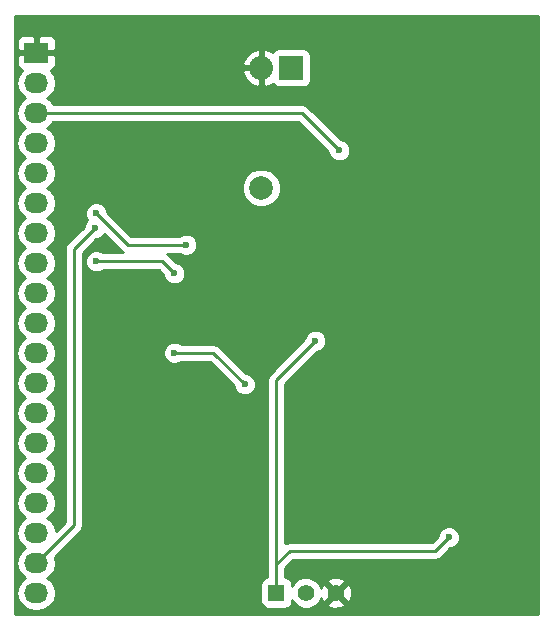
<source format=gbl>
G04 #@! TF.FileFunction,Copper,L2,Bot,Signal*
%FSLAX46Y46*%
G04 Gerber Fmt 4.6, Leading zero omitted, Abs format (unit mm)*
G04 Created by KiCad (PCBNEW 4.0.4+e1-6308~48~ubuntu16.04.1-stable) date Mon Oct 24 16:38:44 2016*
%MOMM*%
%LPD*%
G01*
G04 APERTURE LIST*
%ADD10C,0.100000*%
%ADD11R,2.032000X1.727200*%
%ADD12O,2.032000X1.727200*%
%ADD13R,2.032000X2.032000*%
%ADD14O,2.032000X2.032000*%
%ADD15R,1.397000X1.397000*%
%ADD16C,1.397000*%
%ADD17C,2.000000*%
%ADD18C,0.600000*%
%ADD19C,0.250000*%
%ADD20C,0.254000*%
G04 APERTURE END LIST*
D10*
D11*
X46990000Y-87630000D03*
D12*
X46990000Y-90170000D03*
X46990000Y-92710000D03*
X46990000Y-95250000D03*
X46990000Y-97790000D03*
X46990000Y-100330000D03*
X46990000Y-102870000D03*
X46990000Y-105410000D03*
X46990000Y-107950000D03*
X46990000Y-110490000D03*
X46990000Y-113030000D03*
X46990000Y-115570000D03*
X46990000Y-118110000D03*
X46990000Y-120650000D03*
X46990000Y-123190000D03*
X46990000Y-125730000D03*
X46990000Y-128270000D03*
X46990000Y-130810000D03*
X46990000Y-133350000D03*
D13*
X68580000Y-88900000D03*
D14*
X66040000Y-88900000D03*
D15*
X67310000Y-133350000D03*
D16*
X69850000Y-133350000D03*
X72390000Y-133350000D03*
D17*
X66040000Y-99060000D03*
D18*
X59690000Y-103886000D03*
X52070000Y-101219000D03*
X51943000Y-102489000D03*
X81915000Y-128651000D03*
X70612000Y-112014000D03*
X52070000Y-105283000D03*
X58674000Y-106299000D03*
X81407000Y-111125000D03*
X58674000Y-113030000D03*
X64643000Y-115697000D03*
X72644000Y-95885000D03*
D19*
X54737000Y-103886000D02*
X59690000Y-103886000D01*
X52070000Y-101219000D02*
X54737000Y-103886000D01*
X50165000Y-127635000D02*
X46990000Y-130810000D01*
X50165000Y-104267000D02*
X50165000Y-127635000D01*
X51943000Y-102489000D02*
X50165000Y-104267000D01*
X68453000Y-129794000D02*
X67310000Y-130937000D01*
X80772000Y-129794000D02*
X68453000Y-129794000D01*
X81915000Y-128651000D02*
X80772000Y-129794000D01*
X67310000Y-133350000D02*
X67310000Y-130937000D01*
X67310000Y-130937000D02*
X67310000Y-115316000D01*
X67310000Y-115316000D02*
X70612000Y-112014000D01*
X57658000Y-105283000D02*
X52070000Y-105283000D01*
X58674000Y-106299000D02*
X57658000Y-105283000D01*
X66040000Y-88900000D02*
X66040000Y-86868000D01*
X81407000Y-93599000D02*
X81407000Y-111125000D01*
X73660000Y-85852000D02*
X81407000Y-93599000D01*
X67056000Y-85852000D02*
X73660000Y-85852000D01*
X66040000Y-86868000D02*
X67056000Y-85852000D01*
X61976000Y-113030000D02*
X58674000Y-113030000D01*
X64643000Y-115697000D02*
X61976000Y-113030000D01*
X69469000Y-92710000D02*
X46990000Y-92710000D01*
X72644000Y-95885000D02*
X69469000Y-92710000D01*
D20*
G36*
X89460000Y-135180000D02*
X45160000Y-135180000D01*
X45160000Y-90170000D01*
X45306655Y-90170000D01*
X45420729Y-90743489D01*
X45745585Y-91229670D01*
X46060366Y-91440000D01*
X45745585Y-91650330D01*
X45420729Y-92136511D01*
X45306655Y-92710000D01*
X45420729Y-93283489D01*
X45745585Y-93769670D01*
X46060366Y-93980000D01*
X45745585Y-94190330D01*
X45420729Y-94676511D01*
X45306655Y-95250000D01*
X45420729Y-95823489D01*
X45745585Y-96309670D01*
X46060366Y-96520000D01*
X45745585Y-96730330D01*
X45420729Y-97216511D01*
X45306655Y-97790000D01*
X45420729Y-98363489D01*
X45745585Y-98849670D01*
X46060366Y-99060000D01*
X45745585Y-99270330D01*
X45420729Y-99756511D01*
X45306655Y-100330000D01*
X45420729Y-100903489D01*
X45745585Y-101389670D01*
X46060366Y-101600000D01*
X45745585Y-101810330D01*
X45420729Y-102296511D01*
X45306655Y-102870000D01*
X45420729Y-103443489D01*
X45745585Y-103929670D01*
X46060366Y-104140000D01*
X45745585Y-104350330D01*
X45420729Y-104836511D01*
X45306655Y-105410000D01*
X45420729Y-105983489D01*
X45745585Y-106469670D01*
X46060366Y-106680000D01*
X45745585Y-106890330D01*
X45420729Y-107376511D01*
X45306655Y-107950000D01*
X45420729Y-108523489D01*
X45745585Y-109009670D01*
X46060366Y-109220000D01*
X45745585Y-109430330D01*
X45420729Y-109916511D01*
X45306655Y-110490000D01*
X45420729Y-111063489D01*
X45745585Y-111549670D01*
X46060366Y-111760000D01*
X45745585Y-111970330D01*
X45420729Y-112456511D01*
X45306655Y-113030000D01*
X45420729Y-113603489D01*
X45745585Y-114089670D01*
X46060366Y-114300000D01*
X45745585Y-114510330D01*
X45420729Y-114996511D01*
X45306655Y-115570000D01*
X45420729Y-116143489D01*
X45745585Y-116629670D01*
X46060366Y-116840000D01*
X45745585Y-117050330D01*
X45420729Y-117536511D01*
X45306655Y-118110000D01*
X45420729Y-118683489D01*
X45745585Y-119169670D01*
X46060366Y-119380000D01*
X45745585Y-119590330D01*
X45420729Y-120076511D01*
X45306655Y-120650000D01*
X45420729Y-121223489D01*
X45745585Y-121709670D01*
X46060366Y-121920000D01*
X45745585Y-122130330D01*
X45420729Y-122616511D01*
X45306655Y-123190000D01*
X45420729Y-123763489D01*
X45745585Y-124249670D01*
X46060366Y-124460000D01*
X45745585Y-124670330D01*
X45420729Y-125156511D01*
X45306655Y-125730000D01*
X45420729Y-126303489D01*
X45745585Y-126789670D01*
X46060366Y-127000000D01*
X45745585Y-127210330D01*
X45420729Y-127696511D01*
X45306655Y-128270000D01*
X45420729Y-128843489D01*
X45745585Y-129329670D01*
X46060366Y-129540000D01*
X45745585Y-129750330D01*
X45420729Y-130236511D01*
X45306655Y-130810000D01*
X45420729Y-131383489D01*
X45745585Y-131869670D01*
X46060366Y-132080000D01*
X45745585Y-132290330D01*
X45420729Y-132776511D01*
X45306655Y-133350000D01*
X45420729Y-133923489D01*
X45745585Y-134409670D01*
X46231766Y-134734526D01*
X46805255Y-134848600D01*
X47174745Y-134848600D01*
X47748234Y-134734526D01*
X48234415Y-134409670D01*
X48559271Y-133923489D01*
X48673345Y-133350000D01*
X48559271Y-132776511D01*
X48475742Y-132651500D01*
X65964060Y-132651500D01*
X65964060Y-134048500D01*
X66008338Y-134283817D01*
X66147410Y-134499941D01*
X66359610Y-134644931D01*
X66611500Y-134695940D01*
X68008500Y-134695940D01*
X68243817Y-134651662D01*
X68459941Y-134512590D01*
X68604931Y-134300390D01*
X68655940Y-134048500D01*
X68655940Y-133952116D01*
X68718854Y-134104380D01*
X69093647Y-134479827D01*
X69583587Y-134683268D01*
X70114086Y-134683731D01*
X70604380Y-134481146D01*
X70801681Y-134284188D01*
X71635417Y-134284188D01*
X71697071Y-134519800D01*
X72197480Y-134695927D01*
X72727199Y-134667148D01*
X73082929Y-134519800D01*
X73144583Y-134284188D01*
X72390000Y-133529605D01*
X71635417Y-134284188D01*
X70801681Y-134284188D01*
X70979827Y-134106353D01*
X71113314Y-133784882D01*
X71220200Y-134042929D01*
X71455812Y-134104583D01*
X72210395Y-133350000D01*
X72569605Y-133350000D01*
X73324188Y-134104583D01*
X73559800Y-134042929D01*
X73735927Y-133542520D01*
X73707148Y-133012801D01*
X73559800Y-132657071D01*
X73324188Y-132595417D01*
X72569605Y-133350000D01*
X72210395Y-133350000D01*
X71455812Y-132595417D01*
X71220200Y-132657071D01*
X71121917Y-132936312D01*
X70981146Y-132595620D01*
X70801652Y-132415812D01*
X71635417Y-132415812D01*
X72390000Y-133170395D01*
X73144583Y-132415812D01*
X73082929Y-132180200D01*
X72582520Y-132004073D01*
X72052801Y-132032852D01*
X71697071Y-132180200D01*
X71635417Y-132415812D01*
X70801652Y-132415812D01*
X70606353Y-132220173D01*
X70116413Y-132016732D01*
X69585914Y-132016269D01*
X69095620Y-132218854D01*
X68720173Y-132593647D01*
X68655940Y-132748337D01*
X68655940Y-132651500D01*
X68611662Y-132416183D01*
X68472590Y-132200059D01*
X68260390Y-132055069D01*
X68070000Y-132016514D01*
X68070000Y-131251802D01*
X68767802Y-130554000D01*
X80772000Y-130554000D01*
X81062839Y-130496148D01*
X81309401Y-130331401D01*
X82054680Y-129586122D01*
X82100167Y-129586162D01*
X82443943Y-129444117D01*
X82707192Y-129181327D01*
X82849838Y-128837799D01*
X82850162Y-128465833D01*
X82708117Y-128122057D01*
X82445327Y-127858808D01*
X82101799Y-127716162D01*
X81729833Y-127715838D01*
X81386057Y-127857883D01*
X81122808Y-128120673D01*
X80980162Y-128464201D01*
X80980121Y-128511077D01*
X80457198Y-129034000D01*
X68453000Y-129034000D01*
X68162161Y-129091852D01*
X68070000Y-129153432D01*
X68070000Y-115630802D01*
X70751680Y-112949122D01*
X70797167Y-112949162D01*
X71140943Y-112807117D01*
X71404192Y-112544327D01*
X71546838Y-112200799D01*
X71547162Y-111828833D01*
X71405117Y-111485057D01*
X71142327Y-111221808D01*
X70798799Y-111079162D01*
X70426833Y-111078838D01*
X70083057Y-111220883D01*
X69819808Y-111483673D01*
X69677162Y-111827201D01*
X69677121Y-111874077D01*
X66772599Y-114778599D01*
X66607852Y-115025161D01*
X66550000Y-115316000D01*
X66550000Y-132015632D01*
X66376183Y-132048338D01*
X66160059Y-132187410D01*
X66015069Y-132399610D01*
X65964060Y-132651500D01*
X48475742Y-132651500D01*
X48234415Y-132290330D01*
X47919634Y-132080000D01*
X48234415Y-131869670D01*
X48559271Y-131383489D01*
X48673345Y-130810000D01*
X48572381Y-130302421D01*
X50702401Y-128172401D01*
X50867148Y-127925839D01*
X50925000Y-127635000D01*
X50925000Y-113215167D01*
X57738838Y-113215167D01*
X57880883Y-113558943D01*
X58143673Y-113822192D01*
X58487201Y-113964838D01*
X58859167Y-113965162D01*
X59202943Y-113823117D01*
X59236118Y-113790000D01*
X61661198Y-113790000D01*
X63707878Y-115836680D01*
X63707838Y-115882167D01*
X63849883Y-116225943D01*
X64112673Y-116489192D01*
X64456201Y-116631838D01*
X64828167Y-116632162D01*
X65171943Y-116490117D01*
X65435192Y-116227327D01*
X65577838Y-115883799D01*
X65578162Y-115511833D01*
X65436117Y-115168057D01*
X65173327Y-114904808D01*
X64829799Y-114762162D01*
X64782923Y-114762121D01*
X62513401Y-112492599D01*
X62266839Y-112327852D01*
X61976000Y-112270000D01*
X59236463Y-112270000D01*
X59204327Y-112237808D01*
X58860799Y-112095162D01*
X58488833Y-112094838D01*
X58145057Y-112236883D01*
X57881808Y-112499673D01*
X57739162Y-112843201D01*
X57738838Y-113215167D01*
X50925000Y-113215167D01*
X50925000Y-104581802D01*
X52082680Y-103424122D01*
X52128167Y-103424162D01*
X52471943Y-103282117D01*
X52735192Y-103019327D01*
X52752894Y-102976696D01*
X54199599Y-104423401D01*
X54348660Y-104523000D01*
X52632463Y-104523000D01*
X52600327Y-104490808D01*
X52256799Y-104348162D01*
X51884833Y-104347838D01*
X51541057Y-104489883D01*
X51277808Y-104752673D01*
X51135162Y-105096201D01*
X51134838Y-105468167D01*
X51276883Y-105811943D01*
X51539673Y-106075192D01*
X51883201Y-106217838D01*
X52255167Y-106218162D01*
X52598943Y-106076117D01*
X52632118Y-106043000D01*
X57343198Y-106043000D01*
X57738878Y-106438680D01*
X57738838Y-106484167D01*
X57880883Y-106827943D01*
X58143673Y-107091192D01*
X58487201Y-107233838D01*
X58859167Y-107234162D01*
X59202943Y-107092117D01*
X59466192Y-106829327D01*
X59608838Y-106485799D01*
X59609162Y-106113833D01*
X59467117Y-105770057D01*
X59204327Y-105506808D01*
X58860799Y-105364162D01*
X58813923Y-105364121D01*
X58195401Y-104745599D01*
X58046340Y-104646000D01*
X59127537Y-104646000D01*
X59159673Y-104678192D01*
X59503201Y-104820838D01*
X59875167Y-104821162D01*
X60218943Y-104679117D01*
X60482192Y-104416327D01*
X60624838Y-104072799D01*
X60625162Y-103700833D01*
X60483117Y-103357057D01*
X60220327Y-103093808D01*
X59876799Y-102951162D01*
X59504833Y-102950838D01*
X59161057Y-103092883D01*
X59127882Y-103126000D01*
X55051802Y-103126000D01*
X53005122Y-101079320D01*
X53005162Y-101033833D01*
X52863117Y-100690057D01*
X52600327Y-100426808D01*
X52256799Y-100284162D01*
X51884833Y-100283838D01*
X51541057Y-100425883D01*
X51277808Y-100688673D01*
X51135162Y-101032201D01*
X51134838Y-101404167D01*
X51276883Y-101747943D01*
X51319320Y-101790454D01*
X51150808Y-101958673D01*
X51008162Y-102302201D01*
X51008121Y-102349077D01*
X49627599Y-103729599D01*
X49462852Y-103976161D01*
X49405000Y-104267000D01*
X49405000Y-127320198D01*
X48637152Y-128088046D01*
X48559271Y-127696511D01*
X48234415Y-127210330D01*
X47919634Y-127000000D01*
X48234415Y-126789670D01*
X48559271Y-126303489D01*
X48673345Y-125730000D01*
X48559271Y-125156511D01*
X48234415Y-124670330D01*
X47919634Y-124460000D01*
X48234415Y-124249670D01*
X48559271Y-123763489D01*
X48673345Y-123190000D01*
X48559271Y-122616511D01*
X48234415Y-122130330D01*
X47919634Y-121920000D01*
X48234415Y-121709670D01*
X48559271Y-121223489D01*
X48673345Y-120650000D01*
X48559271Y-120076511D01*
X48234415Y-119590330D01*
X47919634Y-119380000D01*
X48234415Y-119169670D01*
X48559271Y-118683489D01*
X48673345Y-118110000D01*
X48559271Y-117536511D01*
X48234415Y-117050330D01*
X47919634Y-116840000D01*
X48234415Y-116629670D01*
X48559271Y-116143489D01*
X48673345Y-115570000D01*
X48559271Y-114996511D01*
X48234415Y-114510330D01*
X47919634Y-114300000D01*
X48234415Y-114089670D01*
X48559271Y-113603489D01*
X48673345Y-113030000D01*
X48559271Y-112456511D01*
X48234415Y-111970330D01*
X47919634Y-111760000D01*
X48234415Y-111549670D01*
X48559271Y-111063489D01*
X48673345Y-110490000D01*
X48559271Y-109916511D01*
X48234415Y-109430330D01*
X47919634Y-109220000D01*
X48234415Y-109009670D01*
X48559271Y-108523489D01*
X48673345Y-107950000D01*
X48559271Y-107376511D01*
X48234415Y-106890330D01*
X47919634Y-106680000D01*
X48234415Y-106469670D01*
X48559271Y-105983489D01*
X48673345Y-105410000D01*
X48559271Y-104836511D01*
X48234415Y-104350330D01*
X47919634Y-104140000D01*
X48234415Y-103929670D01*
X48559271Y-103443489D01*
X48673345Y-102870000D01*
X48559271Y-102296511D01*
X48234415Y-101810330D01*
X47919634Y-101600000D01*
X48234415Y-101389670D01*
X48559271Y-100903489D01*
X48673345Y-100330000D01*
X48559271Y-99756511D01*
X48310230Y-99383795D01*
X64404716Y-99383795D01*
X64653106Y-99984943D01*
X65112637Y-100445278D01*
X65713352Y-100694716D01*
X66363795Y-100695284D01*
X66964943Y-100446894D01*
X67425278Y-99987363D01*
X67674716Y-99386648D01*
X67675284Y-98736205D01*
X67426894Y-98135057D01*
X66967363Y-97674722D01*
X66366648Y-97425284D01*
X65716205Y-97424716D01*
X65115057Y-97673106D01*
X64654722Y-98132637D01*
X64405284Y-98733352D01*
X64404716Y-99383795D01*
X48310230Y-99383795D01*
X48234415Y-99270330D01*
X47919634Y-99060000D01*
X48234415Y-98849670D01*
X48559271Y-98363489D01*
X48673345Y-97790000D01*
X48559271Y-97216511D01*
X48234415Y-96730330D01*
X47919634Y-96520000D01*
X48234415Y-96309670D01*
X48559271Y-95823489D01*
X48673345Y-95250000D01*
X48559271Y-94676511D01*
X48234415Y-94190330D01*
X47919634Y-93980000D01*
X48234415Y-93769670D01*
X48434648Y-93470000D01*
X69154198Y-93470000D01*
X71708878Y-96024680D01*
X71708838Y-96070167D01*
X71850883Y-96413943D01*
X72113673Y-96677192D01*
X72457201Y-96819838D01*
X72829167Y-96820162D01*
X73172943Y-96678117D01*
X73436192Y-96415327D01*
X73578838Y-96071799D01*
X73579162Y-95699833D01*
X73437117Y-95356057D01*
X73174327Y-95092808D01*
X72830799Y-94950162D01*
X72783923Y-94950121D01*
X70006401Y-92172599D01*
X69759839Y-92007852D01*
X69469000Y-91950000D01*
X48434648Y-91950000D01*
X48234415Y-91650330D01*
X47919634Y-91440000D01*
X48234415Y-91229670D01*
X48559271Y-90743489D01*
X48673345Y-90170000D01*
X48559271Y-89596511D01*
X48349753Y-89282944D01*
X64434025Y-89282944D01*
X64633615Y-89764818D01*
X65071621Y-90237188D01*
X65657054Y-90505983D01*
X65913000Y-90387367D01*
X65913000Y-89027000D01*
X64553164Y-89027000D01*
X64434025Y-89282944D01*
X48349753Y-89282944D01*
X48234415Y-89110330D01*
X48212220Y-89095500D01*
X48365699Y-89031927D01*
X48544327Y-88853298D01*
X48641000Y-88619909D01*
X48641000Y-88517056D01*
X64434025Y-88517056D01*
X64553164Y-88773000D01*
X65913000Y-88773000D01*
X65913000Y-87412633D01*
X66167000Y-87412633D01*
X66167000Y-88773000D01*
X66187000Y-88773000D01*
X66187000Y-89027000D01*
X66167000Y-89027000D01*
X66167000Y-90387367D01*
X66422946Y-90505983D01*
X67008379Y-90237188D01*
X67012934Y-90232276D01*
X67099910Y-90367441D01*
X67312110Y-90512431D01*
X67564000Y-90563440D01*
X69596000Y-90563440D01*
X69831317Y-90519162D01*
X70047441Y-90380090D01*
X70192431Y-90167890D01*
X70243440Y-89916000D01*
X70243440Y-87884000D01*
X70199162Y-87648683D01*
X70060090Y-87432559D01*
X69847890Y-87287569D01*
X69596000Y-87236560D01*
X67564000Y-87236560D01*
X67328683Y-87280838D01*
X67112559Y-87419910D01*
X67012144Y-87566872D01*
X67008379Y-87562812D01*
X66422946Y-87294017D01*
X66167000Y-87412633D01*
X65913000Y-87412633D01*
X65657054Y-87294017D01*
X65071621Y-87562812D01*
X64633615Y-88035182D01*
X64434025Y-88517056D01*
X48641000Y-88517056D01*
X48641000Y-87915750D01*
X48482250Y-87757000D01*
X47117000Y-87757000D01*
X47117000Y-87777000D01*
X46863000Y-87777000D01*
X46863000Y-87757000D01*
X45497750Y-87757000D01*
X45339000Y-87915750D01*
X45339000Y-88619909D01*
X45435673Y-88853298D01*
X45614301Y-89031927D01*
X45767780Y-89095500D01*
X45745585Y-89110330D01*
X45420729Y-89596511D01*
X45306655Y-90170000D01*
X45160000Y-90170000D01*
X45160000Y-86640091D01*
X45339000Y-86640091D01*
X45339000Y-87344250D01*
X45497750Y-87503000D01*
X46863000Y-87503000D01*
X46863000Y-86290150D01*
X47117000Y-86290150D01*
X47117000Y-87503000D01*
X48482250Y-87503000D01*
X48641000Y-87344250D01*
X48641000Y-86640091D01*
X48544327Y-86406702D01*
X48365699Y-86228073D01*
X48132310Y-86131400D01*
X47275750Y-86131400D01*
X47117000Y-86290150D01*
X46863000Y-86290150D01*
X46704250Y-86131400D01*
X45847690Y-86131400D01*
X45614301Y-86228073D01*
X45435673Y-86406702D01*
X45339000Y-86640091D01*
X45160000Y-86640091D01*
X45160000Y-84530000D01*
X89460000Y-84530000D01*
X89460000Y-135180000D01*
X89460000Y-135180000D01*
G37*
X89460000Y-135180000D02*
X45160000Y-135180000D01*
X45160000Y-90170000D01*
X45306655Y-90170000D01*
X45420729Y-90743489D01*
X45745585Y-91229670D01*
X46060366Y-91440000D01*
X45745585Y-91650330D01*
X45420729Y-92136511D01*
X45306655Y-92710000D01*
X45420729Y-93283489D01*
X45745585Y-93769670D01*
X46060366Y-93980000D01*
X45745585Y-94190330D01*
X45420729Y-94676511D01*
X45306655Y-95250000D01*
X45420729Y-95823489D01*
X45745585Y-96309670D01*
X46060366Y-96520000D01*
X45745585Y-96730330D01*
X45420729Y-97216511D01*
X45306655Y-97790000D01*
X45420729Y-98363489D01*
X45745585Y-98849670D01*
X46060366Y-99060000D01*
X45745585Y-99270330D01*
X45420729Y-99756511D01*
X45306655Y-100330000D01*
X45420729Y-100903489D01*
X45745585Y-101389670D01*
X46060366Y-101600000D01*
X45745585Y-101810330D01*
X45420729Y-102296511D01*
X45306655Y-102870000D01*
X45420729Y-103443489D01*
X45745585Y-103929670D01*
X46060366Y-104140000D01*
X45745585Y-104350330D01*
X45420729Y-104836511D01*
X45306655Y-105410000D01*
X45420729Y-105983489D01*
X45745585Y-106469670D01*
X46060366Y-106680000D01*
X45745585Y-106890330D01*
X45420729Y-107376511D01*
X45306655Y-107950000D01*
X45420729Y-108523489D01*
X45745585Y-109009670D01*
X46060366Y-109220000D01*
X45745585Y-109430330D01*
X45420729Y-109916511D01*
X45306655Y-110490000D01*
X45420729Y-111063489D01*
X45745585Y-111549670D01*
X46060366Y-111760000D01*
X45745585Y-111970330D01*
X45420729Y-112456511D01*
X45306655Y-113030000D01*
X45420729Y-113603489D01*
X45745585Y-114089670D01*
X46060366Y-114300000D01*
X45745585Y-114510330D01*
X45420729Y-114996511D01*
X45306655Y-115570000D01*
X45420729Y-116143489D01*
X45745585Y-116629670D01*
X46060366Y-116840000D01*
X45745585Y-117050330D01*
X45420729Y-117536511D01*
X45306655Y-118110000D01*
X45420729Y-118683489D01*
X45745585Y-119169670D01*
X46060366Y-119380000D01*
X45745585Y-119590330D01*
X45420729Y-120076511D01*
X45306655Y-120650000D01*
X45420729Y-121223489D01*
X45745585Y-121709670D01*
X46060366Y-121920000D01*
X45745585Y-122130330D01*
X45420729Y-122616511D01*
X45306655Y-123190000D01*
X45420729Y-123763489D01*
X45745585Y-124249670D01*
X46060366Y-124460000D01*
X45745585Y-124670330D01*
X45420729Y-125156511D01*
X45306655Y-125730000D01*
X45420729Y-126303489D01*
X45745585Y-126789670D01*
X46060366Y-127000000D01*
X45745585Y-127210330D01*
X45420729Y-127696511D01*
X45306655Y-128270000D01*
X45420729Y-128843489D01*
X45745585Y-129329670D01*
X46060366Y-129540000D01*
X45745585Y-129750330D01*
X45420729Y-130236511D01*
X45306655Y-130810000D01*
X45420729Y-131383489D01*
X45745585Y-131869670D01*
X46060366Y-132080000D01*
X45745585Y-132290330D01*
X45420729Y-132776511D01*
X45306655Y-133350000D01*
X45420729Y-133923489D01*
X45745585Y-134409670D01*
X46231766Y-134734526D01*
X46805255Y-134848600D01*
X47174745Y-134848600D01*
X47748234Y-134734526D01*
X48234415Y-134409670D01*
X48559271Y-133923489D01*
X48673345Y-133350000D01*
X48559271Y-132776511D01*
X48475742Y-132651500D01*
X65964060Y-132651500D01*
X65964060Y-134048500D01*
X66008338Y-134283817D01*
X66147410Y-134499941D01*
X66359610Y-134644931D01*
X66611500Y-134695940D01*
X68008500Y-134695940D01*
X68243817Y-134651662D01*
X68459941Y-134512590D01*
X68604931Y-134300390D01*
X68655940Y-134048500D01*
X68655940Y-133952116D01*
X68718854Y-134104380D01*
X69093647Y-134479827D01*
X69583587Y-134683268D01*
X70114086Y-134683731D01*
X70604380Y-134481146D01*
X70801681Y-134284188D01*
X71635417Y-134284188D01*
X71697071Y-134519800D01*
X72197480Y-134695927D01*
X72727199Y-134667148D01*
X73082929Y-134519800D01*
X73144583Y-134284188D01*
X72390000Y-133529605D01*
X71635417Y-134284188D01*
X70801681Y-134284188D01*
X70979827Y-134106353D01*
X71113314Y-133784882D01*
X71220200Y-134042929D01*
X71455812Y-134104583D01*
X72210395Y-133350000D01*
X72569605Y-133350000D01*
X73324188Y-134104583D01*
X73559800Y-134042929D01*
X73735927Y-133542520D01*
X73707148Y-133012801D01*
X73559800Y-132657071D01*
X73324188Y-132595417D01*
X72569605Y-133350000D01*
X72210395Y-133350000D01*
X71455812Y-132595417D01*
X71220200Y-132657071D01*
X71121917Y-132936312D01*
X70981146Y-132595620D01*
X70801652Y-132415812D01*
X71635417Y-132415812D01*
X72390000Y-133170395D01*
X73144583Y-132415812D01*
X73082929Y-132180200D01*
X72582520Y-132004073D01*
X72052801Y-132032852D01*
X71697071Y-132180200D01*
X71635417Y-132415812D01*
X70801652Y-132415812D01*
X70606353Y-132220173D01*
X70116413Y-132016732D01*
X69585914Y-132016269D01*
X69095620Y-132218854D01*
X68720173Y-132593647D01*
X68655940Y-132748337D01*
X68655940Y-132651500D01*
X68611662Y-132416183D01*
X68472590Y-132200059D01*
X68260390Y-132055069D01*
X68070000Y-132016514D01*
X68070000Y-131251802D01*
X68767802Y-130554000D01*
X80772000Y-130554000D01*
X81062839Y-130496148D01*
X81309401Y-130331401D01*
X82054680Y-129586122D01*
X82100167Y-129586162D01*
X82443943Y-129444117D01*
X82707192Y-129181327D01*
X82849838Y-128837799D01*
X82850162Y-128465833D01*
X82708117Y-128122057D01*
X82445327Y-127858808D01*
X82101799Y-127716162D01*
X81729833Y-127715838D01*
X81386057Y-127857883D01*
X81122808Y-128120673D01*
X80980162Y-128464201D01*
X80980121Y-128511077D01*
X80457198Y-129034000D01*
X68453000Y-129034000D01*
X68162161Y-129091852D01*
X68070000Y-129153432D01*
X68070000Y-115630802D01*
X70751680Y-112949122D01*
X70797167Y-112949162D01*
X71140943Y-112807117D01*
X71404192Y-112544327D01*
X71546838Y-112200799D01*
X71547162Y-111828833D01*
X71405117Y-111485057D01*
X71142327Y-111221808D01*
X70798799Y-111079162D01*
X70426833Y-111078838D01*
X70083057Y-111220883D01*
X69819808Y-111483673D01*
X69677162Y-111827201D01*
X69677121Y-111874077D01*
X66772599Y-114778599D01*
X66607852Y-115025161D01*
X66550000Y-115316000D01*
X66550000Y-132015632D01*
X66376183Y-132048338D01*
X66160059Y-132187410D01*
X66015069Y-132399610D01*
X65964060Y-132651500D01*
X48475742Y-132651500D01*
X48234415Y-132290330D01*
X47919634Y-132080000D01*
X48234415Y-131869670D01*
X48559271Y-131383489D01*
X48673345Y-130810000D01*
X48572381Y-130302421D01*
X50702401Y-128172401D01*
X50867148Y-127925839D01*
X50925000Y-127635000D01*
X50925000Y-113215167D01*
X57738838Y-113215167D01*
X57880883Y-113558943D01*
X58143673Y-113822192D01*
X58487201Y-113964838D01*
X58859167Y-113965162D01*
X59202943Y-113823117D01*
X59236118Y-113790000D01*
X61661198Y-113790000D01*
X63707878Y-115836680D01*
X63707838Y-115882167D01*
X63849883Y-116225943D01*
X64112673Y-116489192D01*
X64456201Y-116631838D01*
X64828167Y-116632162D01*
X65171943Y-116490117D01*
X65435192Y-116227327D01*
X65577838Y-115883799D01*
X65578162Y-115511833D01*
X65436117Y-115168057D01*
X65173327Y-114904808D01*
X64829799Y-114762162D01*
X64782923Y-114762121D01*
X62513401Y-112492599D01*
X62266839Y-112327852D01*
X61976000Y-112270000D01*
X59236463Y-112270000D01*
X59204327Y-112237808D01*
X58860799Y-112095162D01*
X58488833Y-112094838D01*
X58145057Y-112236883D01*
X57881808Y-112499673D01*
X57739162Y-112843201D01*
X57738838Y-113215167D01*
X50925000Y-113215167D01*
X50925000Y-104581802D01*
X52082680Y-103424122D01*
X52128167Y-103424162D01*
X52471943Y-103282117D01*
X52735192Y-103019327D01*
X52752894Y-102976696D01*
X54199599Y-104423401D01*
X54348660Y-104523000D01*
X52632463Y-104523000D01*
X52600327Y-104490808D01*
X52256799Y-104348162D01*
X51884833Y-104347838D01*
X51541057Y-104489883D01*
X51277808Y-104752673D01*
X51135162Y-105096201D01*
X51134838Y-105468167D01*
X51276883Y-105811943D01*
X51539673Y-106075192D01*
X51883201Y-106217838D01*
X52255167Y-106218162D01*
X52598943Y-106076117D01*
X52632118Y-106043000D01*
X57343198Y-106043000D01*
X57738878Y-106438680D01*
X57738838Y-106484167D01*
X57880883Y-106827943D01*
X58143673Y-107091192D01*
X58487201Y-107233838D01*
X58859167Y-107234162D01*
X59202943Y-107092117D01*
X59466192Y-106829327D01*
X59608838Y-106485799D01*
X59609162Y-106113833D01*
X59467117Y-105770057D01*
X59204327Y-105506808D01*
X58860799Y-105364162D01*
X58813923Y-105364121D01*
X58195401Y-104745599D01*
X58046340Y-104646000D01*
X59127537Y-104646000D01*
X59159673Y-104678192D01*
X59503201Y-104820838D01*
X59875167Y-104821162D01*
X60218943Y-104679117D01*
X60482192Y-104416327D01*
X60624838Y-104072799D01*
X60625162Y-103700833D01*
X60483117Y-103357057D01*
X60220327Y-103093808D01*
X59876799Y-102951162D01*
X59504833Y-102950838D01*
X59161057Y-103092883D01*
X59127882Y-103126000D01*
X55051802Y-103126000D01*
X53005122Y-101079320D01*
X53005162Y-101033833D01*
X52863117Y-100690057D01*
X52600327Y-100426808D01*
X52256799Y-100284162D01*
X51884833Y-100283838D01*
X51541057Y-100425883D01*
X51277808Y-100688673D01*
X51135162Y-101032201D01*
X51134838Y-101404167D01*
X51276883Y-101747943D01*
X51319320Y-101790454D01*
X51150808Y-101958673D01*
X51008162Y-102302201D01*
X51008121Y-102349077D01*
X49627599Y-103729599D01*
X49462852Y-103976161D01*
X49405000Y-104267000D01*
X49405000Y-127320198D01*
X48637152Y-128088046D01*
X48559271Y-127696511D01*
X48234415Y-127210330D01*
X47919634Y-127000000D01*
X48234415Y-126789670D01*
X48559271Y-126303489D01*
X48673345Y-125730000D01*
X48559271Y-125156511D01*
X48234415Y-124670330D01*
X47919634Y-124460000D01*
X48234415Y-124249670D01*
X48559271Y-123763489D01*
X48673345Y-123190000D01*
X48559271Y-122616511D01*
X48234415Y-122130330D01*
X47919634Y-121920000D01*
X48234415Y-121709670D01*
X48559271Y-121223489D01*
X48673345Y-120650000D01*
X48559271Y-120076511D01*
X48234415Y-119590330D01*
X47919634Y-119380000D01*
X48234415Y-119169670D01*
X48559271Y-118683489D01*
X48673345Y-118110000D01*
X48559271Y-117536511D01*
X48234415Y-117050330D01*
X47919634Y-116840000D01*
X48234415Y-116629670D01*
X48559271Y-116143489D01*
X48673345Y-115570000D01*
X48559271Y-114996511D01*
X48234415Y-114510330D01*
X47919634Y-114300000D01*
X48234415Y-114089670D01*
X48559271Y-113603489D01*
X48673345Y-113030000D01*
X48559271Y-112456511D01*
X48234415Y-111970330D01*
X47919634Y-111760000D01*
X48234415Y-111549670D01*
X48559271Y-111063489D01*
X48673345Y-110490000D01*
X48559271Y-109916511D01*
X48234415Y-109430330D01*
X47919634Y-109220000D01*
X48234415Y-109009670D01*
X48559271Y-108523489D01*
X48673345Y-107950000D01*
X48559271Y-107376511D01*
X48234415Y-106890330D01*
X47919634Y-106680000D01*
X48234415Y-106469670D01*
X48559271Y-105983489D01*
X48673345Y-105410000D01*
X48559271Y-104836511D01*
X48234415Y-104350330D01*
X47919634Y-104140000D01*
X48234415Y-103929670D01*
X48559271Y-103443489D01*
X48673345Y-102870000D01*
X48559271Y-102296511D01*
X48234415Y-101810330D01*
X47919634Y-101600000D01*
X48234415Y-101389670D01*
X48559271Y-100903489D01*
X48673345Y-100330000D01*
X48559271Y-99756511D01*
X48310230Y-99383795D01*
X64404716Y-99383795D01*
X64653106Y-99984943D01*
X65112637Y-100445278D01*
X65713352Y-100694716D01*
X66363795Y-100695284D01*
X66964943Y-100446894D01*
X67425278Y-99987363D01*
X67674716Y-99386648D01*
X67675284Y-98736205D01*
X67426894Y-98135057D01*
X66967363Y-97674722D01*
X66366648Y-97425284D01*
X65716205Y-97424716D01*
X65115057Y-97673106D01*
X64654722Y-98132637D01*
X64405284Y-98733352D01*
X64404716Y-99383795D01*
X48310230Y-99383795D01*
X48234415Y-99270330D01*
X47919634Y-99060000D01*
X48234415Y-98849670D01*
X48559271Y-98363489D01*
X48673345Y-97790000D01*
X48559271Y-97216511D01*
X48234415Y-96730330D01*
X47919634Y-96520000D01*
X48234415Y-96309670D01*
X48559271Y-95823489D01*
X48673345Y-95250000D01*
X48559271Y-94676511D01*
X48234415Y-94190330D01*
X47919634Y-93980000D01*
X48234415Y-93769670D01*
X48434648Y-93470000D01*
X69154198Y-93470000D01*
X71708878Y-96024680D01*
X71708838Y-96070167D01*
X71850883Y-96413943D01*
X72113673Y-96677192D01*
X72457201Y-96819838D01*
X72829167Y-96820162D01*
X73172943Y-96678117D01*
X73436192Y-96415327D01*
X73578838Y-96071799D01*
X73579162Y-95699833D01*
X73437117Y-95356057D01*
X73174327Y-95092808D01*
X72830799Y-94950162D01*
X72783923Y-94950121D01*
X70006401Y-92172599D01*
X69759839Y-92007852D01*
X69469000Y-91950000D01*
X48434648Y-91950000D01*
X48234415Y-91650330D01*
X47919634Y-91440000D01*
X48234415Y-91229670D01*
X48559271Y-90743489D01*
X48673345Y-90170000D01*
X48559271Y-89596511D01*
X48349753Y-89282944D01*
X64434025Y-89282944D01*
X64633615Y-89764818D01*
X65071621Y-90237188D01*
X65657054Y-90505983D01*
X65913000Y-90387367D01*
X65913000Y-89027000D01*
X64553164Y-89027000D01*
X64434025Y-89282944D01*
X48349753Y-89282944D01*
X48234415Y-89110330D01*
X48212220Y-89095500D01*
X48365699Y-89031927D01*
X48544327Y-88853298D01*
X48641000Y-88619909D01*
X48641000Y-88517056D01*
X64434025Y-88517056D01*
X64553164Y-88773000D01*
X65913000Y-88773000D01*
X65913000Y-87412633D01*
X66167000Y-87412633D01*
X66167000Y-88773000D01*
X66187000Y-88773000D01*
X66187000Y-89027000D01*
X66167000Y-89027000D01*
X66167000Y-90387367D01*
X66422946Y-90505983D01*
X67008379Y-90237188D01*
X67012934Y-90232276D01*
X67099910Y-90367441D01*
X67312110Y-90512431D01*
X67564000Y-90563440D01*
X69596000Y-90563440D01*
X69831317Y-90519162D01*
X70047441Y-90380090D01*
X70192431Y-90167890D01*
X70243440Y-89916000D01*
X70243440Y-87884000D01*
X70199162Y-87648683D01*
X70060090Y-87432559D01*
X69847890Y-87287569D01*
X69596000Y-87236560D01*
X67564000Y-87236560D01*
X67328683Y-87280838D01*
X67112559Y-87419910D01*
X67012144Y-87566872D01*
X67008379Y-87562812D01*
X66422946Y-87294017D01*
X66167000Y-87412633D01*
X65913000Y-87412633D01*
X65657054Y-87294017D01*
X65071621Y-87562812D01*
X64633615Y-88035182D01*
X64434025Y-88517056D01*
X48641000Y-88517056D01*
X48641000Y-87915750D01*
X48482250Y-87757000D01*
X47117000Y-87757000D01*
X47117000Y-87777000D01*
X46863000Y-87777000D01*
X46863000Y-87757000D01*
X45497750Y-87757000D01*
X45339000Y-87915750D01*
X45339000Y-88619909D01*
X45435673Y-88853298D01*
X45614301Y-89031927D01*
X45767780Y-89095500D01*
X45745585Y-89110330D01*
X45420729Y-89596511D01*
X45306655Y-90170000D01*
X45160000Y-90170000D01*
X45160000Y-86640091D01*
X45339000Y-86640091D01*
X45339000Y-87344250D01*
X45497750Y-87503000D01*
X46863000Y-87503000D01*
X46863000Y-86290150D01*
X47117000Y-86290150D01*
X47117000Y-87503000D01*
X48482250Y-87503000D01*
X48641000Y-87344250D01*
X48641000Y-86640091D01*
X48544327Y-86406702D01*
X48365699Y-86228073D01*
X48132310Y-86131400D01*
X47275750Y-86131400D01*
X47117000Y-86290150D01*
X46863000Y-86290150D01*
X46704250Y-86131400D01*
X45847690Y-86131400D01*
X45614301Y-86228073D01*
X45435673Y-86406702D01*
X45339000Y-86640091D01*
X45160000Y-86640091D01*
X45160000Y-84530000D01*
X89460000Y-84530000D01*
X89460000Y-135180000D01*
M02*

</source>
